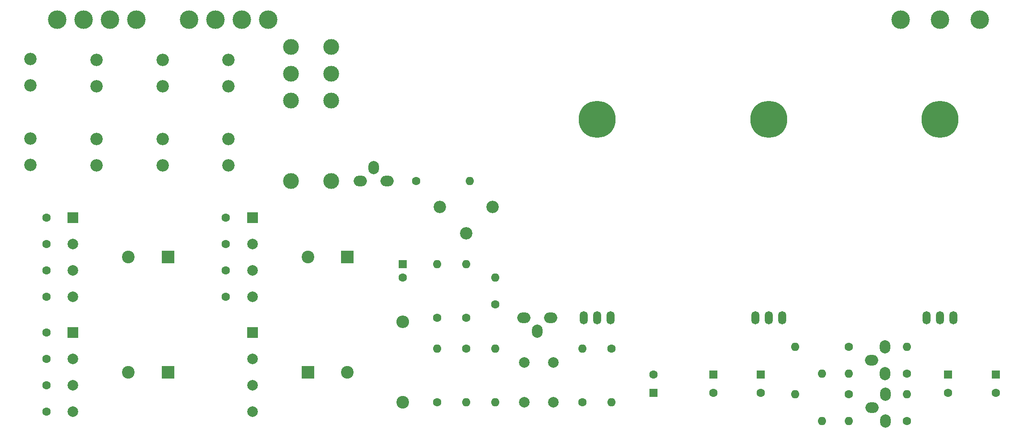
<source format=gts>
G04 #@! TF.GenerationSoftware,KiCad,Pcbnew,(5.1.7)-1*
G04 #@! TF.CreationDate,2022-11-12T18:17:31+01:00*
G04 #@! TF.ProjectId,Netzteil-Modul,4e65747a-7465-4696-9c2d-4d6f64756c2e,rev?*
G04 #@! TF.SameCoordinates,Original*
G04 #@! TF.FileFunction,Soldermask,Top*
G04 #@! TF.FilePolarity,Negative*
%FSLAX46Y46*%
G04 Gerber Fmt 4.6, Leading zero omitted, Abs format (unit mm)*
G04 Created by KiCad (PCBNEW (5.1.7)-1) date 2022-11-12 18:17:31*
%MOMM*%
%LPD*%
G01*
G04 APERTURE LIST*
%ADD10O,1.600000X1.600000*%
%ADD11C,7.000000*%
%ADD12C,1.600000*%
%ADD13R,2.400000X2.400000*%
%ADD14C,2.400000*%
%ADD15C,3.000000*%
%ADD16C,2.350000*%
%ADD17R,1.600000X1.600000*%
%ADD18C,2.000000*%
%ADD19O,2.400000X2.400000*%
%ADD20O,2.000000X2.500000*%
%ADD21O,2.500000X2.000000*%
%ADD22C,2.340000*%
%ADD23O,1.500000X2.500000*%
%ADD24R,2.000000X2.000000*%
%ADD25C,3.500000*%
G04 APERTURE END LIST*
D10*
X212500000Y-122040000D03*
X207420000Y-122040000D03*
X212500000Y-131040000D03*
X207420000Y-131040000D03*
D11*
X164800000Y-73875000D03*
X229800000Y-73875000D03*
X197300000Y-73875000D03*
D12*
X94500000Y-102500000D03*
X94500000Y-107500000D03*
X94500000Y-97500000D03*
X94500000Y-92500000D03*
X60500000Y-107500000D03*
X60500000Y-102500000D03*
X60500000Y-97500000D03*
X60500000Y-92500000D03*
X60500000Y-119300000D03*
X60500000Y-114300000D03*
X60500000Y-129300000D03*
X60500000Y-124300000D03*
X134500000Y-111500000D03*
D10*
X134500000Y-101340000D03*
D12*
X162000000Y-127500000D03*
D10*
X162000000Y-117340000D03*
D13*
X83500000Y-121800000D03*
D14*
X76000000Y-121800000D03*
D15*
X106800000Y-85600000D03*
X114420000Y-85600000D03*
X114420000Y-70360000D03*
X114420000Y-65280000D03*
X114420000Y-60200000D03*
X106800000Y-70360000D03*
X106800000Y-65280000D03*
X106800000Y-60200000D03*
D16*
X95000000Y-77600000D03*
X95000000Y-82600000D03*
X95000000Y-67600000D03*
X95000000Y-62600000D03*
X57500000Y-77500000D03*
X57500000Y-82500000D03*
X57500000Y-67500000D03*
X57500000Y-62500000D03*
D17*
X195800000Y-122250000D03*
D12*
X195800000Y-125750000D03*
D17*
X186800000Y-122250000D03*
D12*
X186800000Y-125750000D03*
D17*
X240300000Y-122250000D03*
D12*
X240300000Y-125750000D03*
D17*
X231300000Y-122250000D03*
D12*
X231300000Y-125750000D03*
D17*
X175500000Y-125750000D03*
D12*
X175500000Y-122250000D03*
D17*
X128000000Y-101340000D03*
D12*
X128000000Y-103840000D03*
X145500000Y-108960000D03*
D10*
X145500000Y-103880000D03*
D18*
X151000000Y-120000000D03*
X151000000Y-127500000D03*
X156500000Y-120000000D03*
X156500000Y-127500000D03*
D14*
X128000000Y-127500000D03*
D19*
X128000000Y-112260000D03*
D10*
X145500000Y-127500000D03*
X145500000Y-117340000D03*
D20*
X122520000Y-83060000D03*
D21*
X119980000Y-85600000D03*
X125060000Y-85600000D03*
D12*
X140000000Y-117340000D03*
D10*
X140000000Y-127500000D03*
D12*
X167500000Y-117340000D03*
D10*
X167500000Y-127500000D03*
D12*
X140000000Y-111500000D03*
D10*
X140000000Y-101340000D03*
D12*
X134500000Y-127500000D03*
D10*
X134500000Y-117340000D03*
D12*
X130560000Y-85600000D03*
D10*
X140720000Y-85600000D03*
D12*
X223500000Y-131040000D03*
D10*
X223500000Y-125960000D03*
X223500000Y-116960000D03*
D12*
X223500000Y-122040000D03*
D21*
X216850000Y-128500000D03*
D20*
X219390000Y-131040000D03*
X219390000Y-125960000D03*
D21*
X216840000Y-119500000D03*
D20*
X219380000Y-122040000D03*
X219380000Y-116960000D03*
D12*
X212500000Y-125960000D03*
D10*
X202340000Y-125960000D03*
D12*
X212500000Y-116960000D03*
D10*
X202340000Y-116960000D03*
D22*
X135000000Y-90500000D03*
X140000000Y-95500000D03*
X145000000Y-90500000D03*
D20*
X153460000Y-114040000D03*
D21*
X156000000Y-111500000D03*
X150920000Y-111500000D03*
D23*
X227260000Y-111500000D03*
X229800000Y-111500000D03*
X232340000Y-111500000D03*
X194760000Y-111500000D03*
X197300000Y-111500000D03*
X199840000Y-111500000D03*
X162260000Y-111500000D03*
X164800000Y-111500000D03*
X167340000Y-111500000D03*
D13*
X117500000Y-100000000D03*
D14*
X110000000Y-100000000D03*
D13*
X110000000Y-121800000D03*
D14*
X117500000Y-121800000D03*
D13*
X83500000Y-100000000D03*
D14*
X76000000Y-100000000D03*
D24*
X65500000Y-92500000D03*
D18*
X65500000Y-97500000D03*
X65500000Y-102500000D03*
X65500000Y-107500000D03*
X99500000Y-107500000D03*
X99500000Y-102500000D03*
X99500000Y-97500000D03*
D24*
X99500000Y-92500000D03*
X99500000Y-114300000D03*
D18*
X99500000Y-119300000D03*
X99500000Y-124300000D03*
X99500000Y-129300000D03*
D24*
X65500000Y-114300000D03*
D18*
X65500000Y-119300000D03*
X65500000Y-124300000D03*
X65500000Y-129300000D03*
D16*
X82500000Y-77600000D03*
X82500000Y-82600000D03*
X82500000Y-67600000D03*
X82500000Y-62600000D03*
X70000000Y-77600000D03*
X70000000Y-82600000D03*
X70000000Y-67600000D03*
X70000000Y-62600000D03*
D25*
X237300000Y-55000000D03*
X229800000Y-55000000D03*
X222300000Y-55000000D03*
X102500000Y-55000000D03*
X97500000Y-55000000D03*
X92500000Y-55000000D03*
X87500000Y-55000000D03*
X77500000Y-55000000D03*
X72500000Y-55000000D03*
X67500000Y-55000000D03*
X62500000Y-55000000D03*
M02*

</source>
